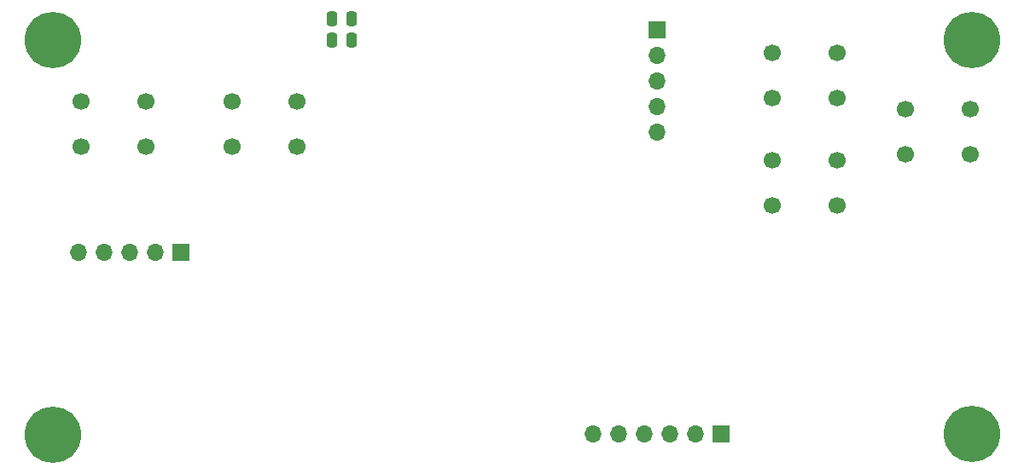
<source format=gbr>
%TF.GenerationSoftware,KiCad,Pcbnew,(6.0.2)*%
%TF.CreationDate,2022-03-10T00:50:20-05:00*%
%TF.ProjectId,controller,636f6e74-726f-46c6-9c65-722e6b696361,rev?*%
%TF.SameCoordinates,Original*%
%TF.FileFunction,Soldermask,Bot*%
%TF.FilePolarity,Negative*%
%FSLAX46Y46*%
G04 Gerber Fmt 4.6, Leading zero omitted, Abs format (unit mm)*
G04 Created by KiCad (PCBNEW (6.0.2)) date 2022-03-10 00:50:20*
%MOMM*%
%LPD*%
G01*
G04 APERTURE LIST*
G04 Aperture macros list*
%AMRoundRect*
0 Rectangle with rounded corners*
0 $1 Rounding radius*
0 $2 $3 $4 $5 $6 $7 $8 $9 X,Y pos of 4 corners*
0 Add a 4 corners polygon primitive as box body*
4,1,4,$2,$3,$4,$5,$6,$7,$8,$9,$2,$3,0*
0 Add four circle primitives for the rounded corners*
1,1,$1+$1,$2,$3*
1,1,$1+$1,$4,$5*
1,1,$1+$1,$6,$7*
1,1,$1+$1,$8,$9*
0 Add four rect primitives between the rounded corners*
20,1,$1+$1,$2,$3,$4,$5,0*
20,1,$1+$1,$4,$5,$6,$7,0*
20,1,$1+$1,$6,$7,$8,$9,0*
20,1,$1+$1,$8,$9,$2,$3,0*%
G04 Aperture macros list end*
%ADD10R,1.700000X1.700000*%
%ADD11O,1.700000X1.700000*%
%ADD12C,1.700000*%
%ADD13C,5.600000*%
%ADD14RoundRect,0.250000X0.250000X0.475000X-0.250000X0.475000X-0.250000X-0.475000X0.250000X-0.475000X0*%
G04 APERTURE END LIST*
D10*
%TO.C,J2*%
X148590000Y-57658000D03*
D11*
X148590000Y-60198000D03*
X148590000Y-62738000D03*
X148590000Y-65278000D03*
X148590000Y-67818000D03*
%TD*%
D12*
%TO.C,SW4*%
X91440000Y-64770000D03*
X97940000Y-64770000D03*
X91440000Y-69270000D03*
X97940000Y-69270000D03*
%TD*%
%TO.C,SW5*%
X160020000Y-59944000D03*
X166520000Y-59944000D03*
X160020000Y-64444000D03*
X166520000Y-64444000D03*
%TD*%
%TO.C,SW6*%
X173228000Y-65532000D03*
X179728000Y-65532000D03*
X173228000Y-70032000D03*
X179728000Y-70032000D03*
%TD*%
%TO.C,SW7*%
X160020000Y-70612000D03*
X166520000Y-70612000D03*
X160020000Y-75112000D03*
X166520000Y-75112000D03*
%TD*%
D10*
%TO.C,J1*%
X101346000Y-79756000D03*
D11*
X98806000Y-79756000D03*
X96266000Y-79756000D03*
X93726000Y-79756000D03*
X91186000Y-79756000D03*
%TD*%
D10*
%TO.C,J3*%
X154940000Y-97790000D03*
D11*
X152400000Y-97790000D03*
X149860000Y-97790000D03*
X147320000Y-97790000D03*
X144780000Y-97790000D03*
X142240000Y-97790000D03*
%TD*%
D12*
%TO.C,SW3*%
X106426000Y-64770000D03*
X112926000Y-64770000D03*
X106426000Y-69270000D03*
X112926000Y-69270000D03*
%TD*%
D13*
%TO.C,REF\u002A\u002A*%
X179832000Y-97790000D03*
%TD*%
%TO.C,REF\u002A\u002A*%
X179832000Y-58674000D03*
%TD*%
%TO.C,REF\u002A\u002A*%
X88646000Y-97840000D03*
%TD*%
%TO.C,REF\u002A\u002A*%
X88646000Y-58674000D03*
%TD*%
D14*
%TO.C,C4*%
X118298000Y-56554999D03*
X116398000Y-56554999D03*
%TD*%
%TO.C,C5*%
X118298000Y-58674000D03*
X116398000Y-58674000D03*
%TD*%
M02*

</source>
